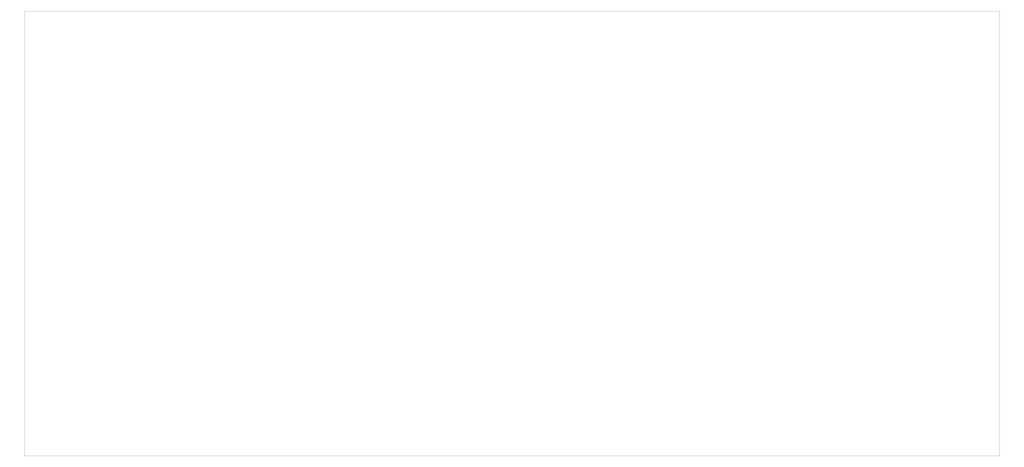
<source format=gm1>
G04 #@! TF.GenerationSoftware,KiCad,Pcbnew,7.0.6*
G04 #@! TF.CreationDate,2023-11-12T21:08:56+01:00*
G04 #@! TF.ProjectId,main,6d61696e-2e6b-4696-9361-645f70636258,rev?*
G04 #@! TF.SameCoordinates,Original*
G04 #@! TF.FileFunction,Profile,NP*
%FSLAX46Y46*%
G04 Gerber Fmt 4.6, Leading zero omitted, Abs format (unit mm)*
G04 Created by KiCad (PCBNEW 7.0.6) date 2023-11-12 21:08:56*
%MOMM*%
%LPD*%
G01*
G04 APERTURE LIST*
G04 #@! TA.AperFunction,Profile*
%ADD10C,0.100000*%
G04 #@! TD*
G04 APERTURE END LIST*
D10*
X26110000Y-25415000D02*
X393897500Y-25415000D01*
X393897500Y-193315000D01*
X26110000Y-193315000D01*
X26110000Y-25415000D01*
M02*

</source>
